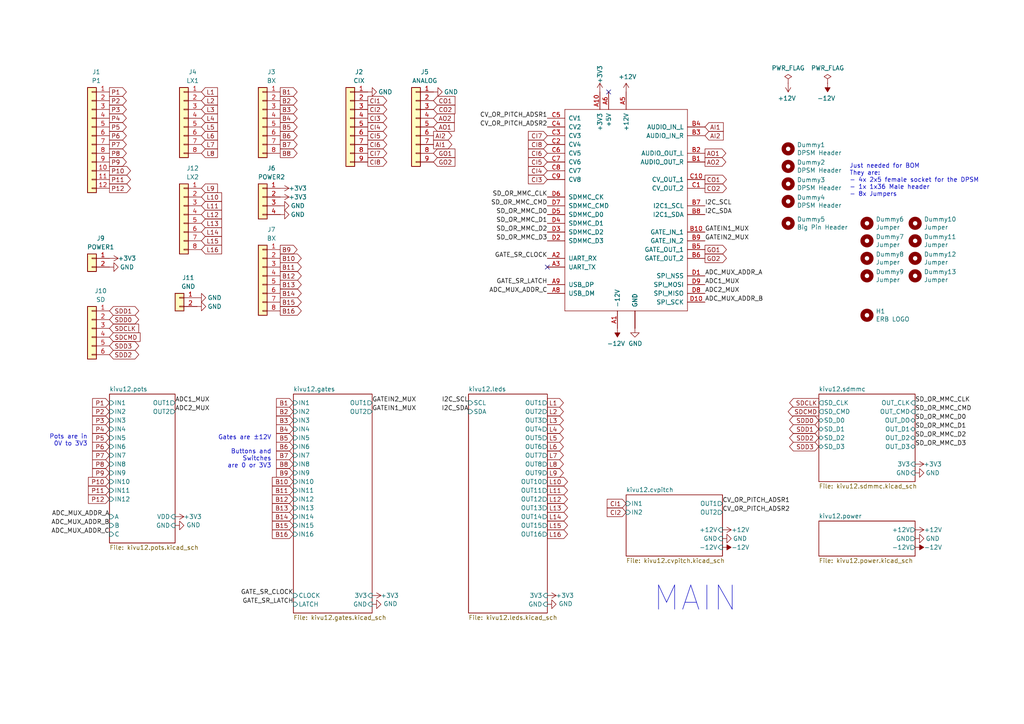
<source format=kicad_sch>
(kicad_sch (version 20211123) (generator eeschema)
  (paper "A4")
  (lib_symbols
    (symbol "Connector_Generic:Conn_01x02" (pin_names (offset 1.016) hide)
      (property "Reference" "J" (at 0 2.54 0))
      (property "Value" "Conn_01x02" (at 0 -5.08 0))
      (symbol "Conn_01x02_1_1"
        (pin passive line (at -5.08 0 0) (length 3.81) (name "Pin_1") (number "1"))
        (pin passive line (at -5.08 -2.54 0) (length 3.81) (name "Pin_2") (number "2"))
      )
    )
    (symbol "Connector_Generic:Conn_01x04" (pin_names (offset 1.016) hide)
      (property "Reference" "J" (at 0 5.08 0))
      (property "Value" "Conn_01x04" (at 0 -7.62 0))
      (symbol "Conn_01x04_1_1"
        (pin passive line (at -5.08 2.54 0) (length 3.81) (name "Pin_1") (number "1"))
        (pin passive line (at -5.08 0 0) (length 3.81) (name "Pin_2") (number "2"))
        (pin passive line (at -5.08 -2.54 0) (length 3.81) (name "Pin_3") (number "3"))
        (pin passive line (at -5.08 -5.08 0) (length 3.81) (name "Pin_4") (number "4"))
      )
    )
    (symbol "Connector_Generic:Conn_01x06" (pin_names (offset 1.016) hide)
      (property "Reference" "J" (at 0 7.62 0))
      (property "Value" "Conn_01x06" (at 0 -10.16 0))
      (symbol "Conn_01x06_1_1"
        (pin passive line (at -5.08 5.08 0) (length 3.81) (name "Pin_1") (number "1"))
        (pin passive line (at -5.08 2.54 0) (length 3.81) (name "Pin_2") (number "2"))
        (pin passive line (at -5.08 0 0) (length 3.81) (name "Pin_3") (number "3"))
        (pin passive line (at -5.08 -2.54 0) (length 3.81) (name "Pin_4") (number "4"))
        (pin passive line (at -5.08 -5.08 0) (length 3.81) (name "Pin_5") (number "5"))
        (pin passive line (at -5.08 -7.62 0) (length 3.81) (name "Pin_6") (number "6"))
      )
    )
    (symbol "Connector_Generic:Conn_01x08" (pin_names (offset 1.016) hide)
      (property "Reference" "J" (at 0 10.16 0))
      (property "Value" "Conn_01x08" (at 0 -12.7 0))
      (symbol "Conn_01x08_1_1"
        (pin passive line (at -5.08 7.62 0) (length 3.81) (name "Pin_1") (number "1"))
        (pin passive line (at -5.08 5.08 0) (length 3.81) (name "Pin_2") (number "2"))
        (pin passive line (at -5.08 2.54 0) (length 3.81) (name "Pin_3") (number "3"))
        (pin passive line (at -5.08 0 0) (length 3.81) (name "Pin_4") (number "4"))
        (pin passive line (at -5.08 -2.54 0) (length 3.81) (name "Pin_5") (number "5"))
        (pin passive line (at -5.08 -5.08 0) (length 3.81) (name "Pin_6") (number "6"))
        (pin passive line (at -5.08 -7.62 0) (length 3.81) (name "Pin_7") (number "7"))
        (pin passive line (at -5.08 -10.16 0) (length 3.81) (name "Pin_8") (number "8"))
      )
    )
    (symbol "Connector_Generic:Conn_01x09" (pin_names (offset 1.016) hide)
      (property "Reference" "J" (at 0 12.7 0))
      (property "Value" "Conn_01x09" (at 0 -12.7 0))
      (symbol "Conn_01x09_1_1"
        (pin passive line (at -5.08 10.16 0) (length 3.81) (name "Pin_1") (number "1"))
        (pin passive line (at -5.08 7.62 0) (length 3.81) (name "Pin_2") (number "2"))
        (pin passive line (at -5.08 5.08 0) (length 3.81) (name "Pin_3") (number "3"))
        (pin passive line (at -5.08 2.54 0) (length 3.81) (name "Pin_4") (number "4"))
        (pin passive line (at -5.08 0 0) (length 3.81) (name "Pin_5") (number "5"))
        (pin passive line (at -5.08 -2.54 0) (length 3.81) (name "Pin_6") (number "6"))
        (pin passive line (at -5.08 -5.08 0) (length 3.81) (name "Pin_7") (number "7"))
        (pin passive line (at -5.08 -7.62 0) (length 3.81) (name "Pin_8") (number "8"))
        (pin passive line (at -5.08 -10.16 0) (length 3.81) (name "Pin_9") (number "9"))
      )
    )
    (symbol "Connector_Generic:Conn_01x12" (pin_names (offset 1.016) hide)
      (property "Reference" "J" (at 0 15.24 0))
      (property "Value" "Conn_01x12" (at 0 -17.78 0))
      (symbol "Conn_01x12_1_1"
        (pin passive line (at -5.08 12.7 0) (length 3.81) (name "Pin_1") (number "1"))
        (pin passive line (at -5.08 -10.16 0) (length 3.81) (name "Pin_10") (number "10"))
        (pin passive line (at -5.08 -12.7 0) (length 3.81) (name "Pin_11") (number "11"))
        (pin passive line (at -5.08 -15.24 0) (length 3.81) (name "Pin_12") (number "12"))
        (pin passive line (at -5.08 10.16 0) (length 3.81) (name "Pin_2") (number "2"))
        (pin passive line (at -5.08 7.62 0) (length 3.81) (name "Pin_3") (number "3"))
        (pin passive line (at -5.08 5.08 0) (length 3.81) (name "Pin_4") (number "4"))
        (pin passive line (at -5.08 2.54 0) (length 3.81) (name "Pin_5") (number "5"))
        (pin passive line (at -5.08 0 0) (length 3.81) (name "Pin_6") (number "6"))
        (pin passive line (at -5.08 -2.54 0) (length 3.81) (name "Pin_7") (number "7"))
        (pin passive line (at -5.08 -5.08 0) (length 3.81) (name "Pin_8") (number "8"))
        (pin passive line (at -5.08 -7.62 0) (length 3.81) (name "Pin_9") (number "9"))
      )
    )
    (symbol "DaisySeed:DaisyPatchSm_Rev1" (pin_names (offset 1.016))
      (symbol "DaisyPatchSm_Rev1_1_0"
        (pin bidirectional line (at -2.54 -35.56 90) (length 5.08) (name "-12V") (number "A1"))
        (pin bidirectional line (at -7.62 33.02 270) (length 5.08) (name "+3V3") (number "A10"))
        (pin bidirectional line (at -22.86 -15.24 0) (length 5.08) (name "UART_RX") (number "A2"))
        (pin bidirectional line (at -22.86 -17.78 0) (length 5.08) (name "UART_TX") (number "A3"))
        (pin bidirectional line (at 2.54 -35.56 90) (length 5.08) (name "GND") (number "A4"))
        (pin bidirectional line (at 0 33.02 270) (length 5.08) (name "+12V") (number "A5"))
        (pin bidirectional line (at -5.08 33.02 270) (length 5.08) (name "+5V") (number "A6"))
        (pin bidirectional line (at 2.54 -35.56 90) (length 5.08) (name "GND") (number "A7"))
        (pin bidirectional line (at -22.86 -25.4 0) (length 5.08) (name "USB_DM") (number "A8"))
        (pin bidirectional line (at -22.86 -22.86 0) (length 5.08) (name "USB_DP") (number "A9"))
        (pin bidirectional line (at 22.86 12.7 180) (length 5.08) (name "AUDIO_OUT_R") (number "B1"))
        (pin bidirectional line (at 22.86 -7.62 180) (length 5.08) (name "GATE_IN_1") (number "B10"))
        (pin bidirectional line (at 22.86 15.24 180) (length 5.08) (name "AUDIO_OUT_L") (number "B2"))
        (pin bidirectional line (at 22.86 20.32 180) (length 5.08) (name "AUDIO_IN_R") (number "B3"))
        (pin bidirectional line (at 22.86 22.86 180) (length 5.08) (name "AUDIO_IN_L") (number "B4"))
        (pin bidirectional line (at 22.86 -12.7 180) (length 5.08) (name "GATE_OUT_1") (number "B5"))
        (pin bidirectional line (at 22.86 -15.24 180) (length 5.08) (name "GATE_OUT_2") (number "B6"))
        (pin bidirectional line (at 22.86 0 180) (length 5.08) (name "I2C1_SCL") (number "B7"))
        (pin bidirectional line (at 22.86 -2.54 180) (length 5.08) (name "I2C1_SDA") (number "B8"))
        (pin bidirectional line (at 22.86 -10.16 180) (length 5.08) (name "GATE_IN_2") (number "B9"))
        (pin bidirectional line (at 22.86 5.08 180) (length 5.08) (name "CV_OUT_2") (number "C1"))
        (pin bidirectional line (at 22.86 7.62 180) (length 5.08) (name "CV_OUT_1") (number "C10"))
        (pin bidirectional line (at -22.86 17.78 0) (length 5.08) (name "CV4") (number "C2"))
        (pin bidirectional line (at -22.86 20.32 0) (length 5.08) (name "CV3") (number "C3"))
        (pin bidirectional line (at -22.86 22.86 0) (length 5.08) (name "CV2") (number "C4"))
        (pin bidirectional line (at -22.86 25.4 0) (length 5.08) (name "CV1") (number "C5"))
        (pin bidirectional line (at -22.86 15.24 0) (length 5.08) (name "CV5") (number "C6"))
        (pin bidirectional line (at -22.86 12.7 0) (length 5.08) (name "CV6") (number "C7"))
        (pin bidirectional line (at -22.86 10.16 0) (length 5.08) (name "CV7") (number "C8"))
        (pin bidirectional line (at -22.86 7.62 0) (length 5.08) (name "CV8") (number "C9"))
        (pin bidirectional line (at 22.86 -20.32 180) (length 5.08) (name "SPI_NSS") (number "D1"))
        (pin bidirectional line (at 22.86 -27.94 180) (length 5.08) (name "SPI_SCK") (number "D10"))
        (pin bidirectional line (at -22.86 -10.16 0) (length 5.08) (name "SDMMC_D3") (number "D2"))
        (pin bidirectional line (at -22.86 -7.62 0) (length 5.08) (name "SDMMC_D2") (number "D3"))
        (pin bidirectional line (at -22.86 -5.08 0) (length 5.08) (name "SDMMC_D1") (number "D4"))
        (pin bidirectional line (at -22.86 -2.54 0) (length 5.08) (name "SDMMC_D0") (number "D5"))
        (pin bidirectional line (at -22.86 2.54 0) (length 5.08) (name "SDMMC_CK") (number "D6"))
        (pin bidirectional line (at -22.86 0 0) (length 5.08) (name "SDMMC_CMD") (number "D7"))
        (pin bidirectional line (at 22.86 -25.4 180) (length 5.08) (name "SPI_MISO") (number "D8"))
        (pin bidirectional line (at 22.86 -22.86 180) (length 5.08) (name "SPI_MOSI") (number "D9"))
      )
    )
    (symbol "Mechanical:MountingHole" (pin_names (offset 1.016))
      (property "Reference" "H" (at 0 5.08 0))
      (property "Value" "MountingHole" (at 0 3.175 0))
    )
    (symbol "power:+12V" (power) (pin_names (offset 0))
      (property "Value" "+12V" (at 0 3.556 0))
      (symbol "+12V_1_1"
        (pin power_in line (at 0 0 90) (length 0) hide (name "+12V") (number "1"))
      )
    )
    (symbol "power:+3V3" (power) (pin_names (offset 0))
      (property "Value" "+3V3" (at 0 3.556 0))
      (symbol "+3V3_1_1"
        (pin power_in line (at 0 0 90) (length 0) hide (name "+3V3") (number "1"))
      )
    )
    (symbol "power:-12V" (power) (pin_names (offset 0))
      (property "Value" "-12V" (at 0 3.81 0))
      (symbol "-12V_0_0"
        (pin power_in line (at 0 0 90) (length 0) hide (name "-12V") (number "1"))
      )
    )
    (symbol "power:GND" (power) (pin_names (offset 0))
      (property "Value" "GND" (at 0 -3.81 0))
      (symbol "GND_1_1"
        (pin power_in line (at 0 0 270) (length 0) hide (name "GND") (number "1"))
      )
    )
    (symbol "power:PWR_FLAG" (power) (pin_numbers hide) (pin_names (offset 0) hide)
      (property "Value" "PWR_FLAG" (at 0 3.81 0))
      (symbol "PWR_FLAG_0_0"
        (pin power_out line (at 0 0 90) (length 0) (name "pwr") (number "1"))
      )
    )
  )
  (no_connect (at 176.53 26.67))
  (no_connect (at 158.75 77.47))
  (text "Just needed for BOM\nThey are:\n- 4x 2x5 female socket for the DPSM\n- 1x 1x36 Male header\n- 8x Jumpers" (at 246.38 57.15 0) (effects (font (size 1.27 1.27)) (justify left bottom)))
  (text "Pots are in\n0V to 3V3" (at 25.4 129.54 180) (effects (font (size 1.27 1.27)) (justify right bottom)))
  (text "Gates are ±12V\n\nButtons and\nSwitches\nare 0 or 3V3" (at 78.74 135.89 180) (effects (font (size 1.27 1.27)) (justify right bottom)))
  (text "MAIN" (at 189.23 177.8 0) (effects (font (size 7.0104 7.0104)) (justify left bottom)))
  (label "SD_OR_MMC_D0" (at 265.43 121.92 0))
  (label "CV_OR_PITCH_ADSR2" (at 209.55 148.59 0))
  (label "I2C_SDA" (at 135.89 119.38 180))
  (label "ADC2_MUX" (at 50.8 119.38 0))
  (label "I2C_SCL" (at 204.47 59.69 0))
  (label "ADC_MUX_ADDR_A" (at 31.75 149.86 180))
  (label "GATEIN2_MUX" (at 204.47 69.85 0))
  (label "SD_OR_MMC_CLK" (at 158.75 57.15 180))
  (label "ADC1_MUX" (at 50.8 116.84 0))
  (label "I2C_SCL" (at 135.89 116.84 180))
  (label "GATEIN1_MUX" (at 204.47 67.31 0))
  (label "I2C_SDA" (at 204.47 62.23 0))
  (label "GATEIN2_MUX" (at 107.95 116.84 0))
  (label "SD_OR_MMC_CMD" (at 265.43 119.38 0))
  (label "SD_OR_MMC_D0" (at 158.75 62.23 180))
  (label "GATE_SR_LATCH" (at 158.75 82.55 180))
  (label "SD_OR_MMC_D1" (at 158.75 64.77 180))
  (label "SD_OR_MMC_CMD" (at 158.75 59.69 180))
  (label "CV_OR_PITCH_ADSR1" (at 209.55 146.05 0))
  (label "SD_OR_MMC_D2" (at 265.43 127 0))
  (label "SD_OR_MMC_D3" (at 265.43 129.54 0))
  (label "ADC_MUX_ADDR_C" (at 31.75 154.94 180))
  (label "ADC1_MUX" (at 204.47 82.55 0))
  (label "SD_OR_MMC_D1" (at 265.43 124.46 0))
  (label "ADC_MUX_ADDR_B" (at 204.47 87.63 0))
  (label "GATE_SR_CLOCK" (at 158.75 74.93 180))
  (label "GATEIN1_MUX" (at 107.95 119.38 0))
  (label "ADC_MUX_ADDR_A" (at 204.47 80.01 0))
  (label "ADC_MUX_ADDR_B" (at 31.75 152.4 180))
  (label "CV_OR_PITCH_ADSR2" (at 158.75 36.83 180))
  (label "ADC_MUX_ADDR_C" (at 158.75 85.09 180))
  (label "SD_OR_MMC_D2" (at 158.75 67.31 180))
  (label "SD_OR_MMC_D3" (at 158.75 69.85 180))
  (label "SD_OR_MMC_CLK" (at 265.43 116.84 0))
  (label "ADC2_MUX" (at 204.47 85.09 0))
  (label "GATE_SR_LATCH" (at 85.09 175.26 180))
  (label "CV_OR_PITCH_ADSR1" (at 158.75 34.29 180))
  (label "GATE_SR_CLOCK" (at 85.09 172.72 180))
  (global_label "L4" (shape input) (at 58.42 34.29 0) (property "Intersheet References" "${INTERSHEET_REFS}" (effects hide)))
  (global_label "CI8" (shape output) (at 106.68 46.99 0) (property "Intersheet References" "${INTERSHEET_REFS}" (effects hide)))
  (global_label "P9" (shape input) (at 31.75 137.16 180) (property "Intersheet References" "${INTERSHEET_REFS}" (effects hide)))
  (global_label "CI4" (shape output) (at 106.68 36.83 0) (property "Intersheet References" "${INTERSHEET_REFS}" (effects hide)))
  (global_label "B1" (shape input) (at 85.09 116.84 180) (property "Intersheet References" "${INTERSHEET_REFS}" (effects hide)))
  (global_label "CI7" (shape input) (at 158.75 39.37 180) (property "Intersheet References" "${INTERSHEET_REFS}" (effects hide)))
  (global_label "CI3" (shape output) (at 106.68 34.29 0) (property "Intersheet References" "${INTERSHEET_REFS}" (effects hide)))
  (global_label "B16" (shape output) (at 81.28 90.17 0) (property "Intersheet References" "${INTERSHEET_REFS}" (effects hide)))
  (global_label "B3" (shape input) (at 85.09 121.92 180) (property "Intersheet References" "${INTERSHEET_REFS}" (effects hide)))
  (global_label "L10" (shape output) (at 158.75 139.7 0) (property "Intersheet References" "${INTERSHEET_REFS}" (effects hide)))
  (global_label "SDCLK" (shape input) (at 31.75 95.25 0) (property "Intersheet References" "${INTERSHEET_REFS}" (effects hide)))
  (global_label "L12" (shape output) (at 158.75 144.78 0) (property "Intersheet References" "${INTERSHEET_REFS}" (effects hide)))
  (global_label "SDD0" (shape bidirectional) (at 237.49 121.92 180) (property "Intersheet References" "${INTERSHEET_REFS}" (effects hide)))
  (global_label "AI2" (shape input) (at 204.47 39.37 0) (property "Intersheet References" "${INTERSHEET_REFS}" (effects hide)))
  (global_label "B10" (shape input) (at 85.09 139.7 180) (property "Intersheet References" "${INTERSHEET_REFS}" (effects hide)))
  (global_label "L5" (shape input) (at 58.42 36.83 0) (property "Intersheet References" "${INTERSHEET_REFS}" (effects hide)))
  (global_label "L2" (shape output) (at 158.75 119.38 0) (property "Intersheet References" "${INTERSHEET_REFS}" (effects hide)))
  (global_label "B5" (shape input) (at 85.09 127 180) (property "Intersheet References" "${INTERSHEET_REFS}" (effects hide)))
  (global_label "CI4" (shape input) (at 158.75 49.53 180) (property "Intersheet References" "${INTERSHEET_REFS}" (effects hide)))
  (global_label "SDD3" (shape bidirectional) (at 31.75 100.33 0) (property "Intersheet References" "${INTERSHEET_REFS}" (effects hide)))
  (global_label "B2" (shape input) (at 85.09 119.38 180) (property "Intersheet References" "${INTERSHEET_REFS}" (effects hide)))
  (global_label "B12" (shape input) (at 85.09 144.78 180) (property "Intersheet References" "${INTERSHEET_REFS}" (effects hide)))
  (global_label "CO2" (shape input) (at 125.73 31.75 0) (property "Intersheet References" "${INTERSHEET_REFS}" (effects hide)))
  (global_label "L9" (shape input) (at 58.42 54.61 0) (property "Intersheet References" "${INTERSHEET_REFS}" (effects hide)))
  (global_label "AO1" (shape output) (at 204.47 44.45 0) (property "Intersheet References" "${INTERSHEET_REFS}" (effects hide)))
  (global_label "L10" (shape input) (at 58.42 57.15 0) (property "Intersheet References" "${INTERSHEET_REFS}" (effects hide)))
  (global_label "P2" (shape input) (at 31.75 119.38 180) (property "Intersheet References" "${INTERSHEET_REFS}" (effects hide)))
  (global_label "P4" (shape output) (at 31.75 34.29 0) (property "Intersheet References" "${INTERSHEET_REFS}" (effects hide)))
  (global_label "SDD1" (shape bidirectional) (at 237.49 124.46 180) (property "Intersheet References" "${INTERSHEET_REFS}" (effects hide)))
  (global_label "P11" (shape input) (at 31.75 142.24 180) (property "Intersheet References" "${INTERSHEET_REFS}" (effects hide)))
  (global_label "B9" (shape input) (at 85.09 137.16 180) (property "Intersheet References" "${INTERSHEET_REFS}" (effects hide)))
  (global_label "P12" (shape output) (at 31.75 54.61 0) (property "Intersheet References" "${INTERSHEET_REFS}" (effects hide)))
  (global_label "AO1" (shape input) (at 125.73 36.83 0) (property "Intersheet References" "${INTERSHEET_REFS}" (effects hide)))
  (global_label "B12" (shape output) (at 81.28 80.01 0) (property "Intersheet References" "${INTERSHEET_REFS}" (effects hide)))
  (global_label "CI8" (shape input) (at 158.75 41.91 180) (property "Intersheet References" "${INTERSHEET_REFS}" (effects hide)))
  (global_label "L13" (shape input) (at 58.42 64.77 0) (property "Intersheet References" "${INTERSHEET_REFS}" (effects hide)))
  (global_label "AI2" (shape output) (at 125.73 39.37 0) (property "Intersheet References" "${INTERSHEET_REFS}" (effects hide)))
  (global_label "SDD1" (shape bidirectional) (at 31.75 90.17 0) (property "Intersheet References" "${INTERSHEET_REFS}" (effects hide)))
  (global_label "L1" (shape input) (at 58.42 26.67 0) (property "Intersheet References" "${INTERSHEET_REFS}" (effects hide)))
  (global_label "CI2" (shape input) (at 181.61 148.59 180) (property "Intersheet References" "${INTERSHEET_REFS}" (effects hide)))
  (global_label "CI5" (shape input) (at 158.75 46.99 180) (property "Intersheet References" "${INTERSHEET_REFS}" (effects hide)))
  (global_label "P8" (shape output) (at 31.75 44.45 0) (property "Intersheet References" "${INTERSHEET_REFS}" (effects hide)))
  (global_label "CI1" (shape output) (at 106.68 29.21 0) (property "Intersheet References" "${INTERSHEET_REFS}" (effects hide)))
  (global_label "SDD3" (shape bidirectional) (at 237.49 129.54 180) (property "Intersheet References" "${INTERSHEET_REFS}" (effects hide)))
  (global_label "L12" (shape input) (at 58.42 62.23 0) (property "Intersheet References" "${INTERSHEET_REFS}" (effects hide)))
  (global_label "CO1" (shape input) (at 125.73 29.21 0) (property "Intersheet References" "${INTERSHEET_REFS}" (effects hide)))
  (global_label "CI2" (shape output) (at 106.68 31.75 0) (property "Intersheet References" "${INTERSHEET_REFS}" (effects hide)))
  (global_label "SDCLK" (shape output) (at 237.49 116.84 180) (property "Intersheet References" "${INTERSHEET_REFS}" (effects hide)))
  (global_label "P4" (shape input) (at 31.75 124.46 180) (property "Intersheet References" "${INTERSHEET_REFS}" (effects hide)))
  (global_label "B15" (shape input) (at 85.09 152.4 180) (property "Intersheet References" "${INTERSHEET_REFS}" (effects hide)))
  (global_label "B4" (shape output) (at 81.28 34.29 0) (property "Intersheet References" "${INTERSHEET_REFS}" (effects hide)))
  (global_label "B4" (shape input) (at 85.09 124.46 180) (property "Intersheet References" "${INTERSHEET_REFS}" (effects hide)))
  (global_label "CO1" (shape output) (at 204.47 52.07 0) (property "Intersheet References" "${INTERSHEET_REFS}" (effects hide)))
  (global_label "L13" (shape output) (at 158.75 147.32 0) (property "Intersheet References" "${INTERSHEET_REFS}" (effects hide)))
  (global_label "P6" (shape output) (at 31.75 39.37 0) (property "Intersheet References" "${INTERSHEET_REFS}" (effects hide)))
  (global_label "P12" (shape input) (at 31.75 144.78 180) (property "Intersheet References" "${INTERSHEET_REFS}" (effects hide)))
  (global_label "B2" (shape output) (at 81.28 29.21 0) (property "Intersheet References" "${INTERSHEET_REFS}" (effects hide)))
  (global_label "L8" (shape output) (at 158.75 134.62 0) (property "Intersheet References" "${INTERSHEET_REFS}" (effects hide)))
  (global_label "B5" (shape output) (at 81.28 36.83 0) (property "Intersheet References" "${INTERSHEET_REFS}" (effects hide)))
  (global_label "B7" (shape input) (at 85.09 132.08 180) (property "Intersheet References" "${INTERSHEET_REFS}" (effects hide)))
  (global_label "P5" (shape input) (at 31.75 127 180) (property "Intersheet References" "${INTERSHEET_REFS}" (effects hide)))
  (global_label "L8" (shape input) (at 58.42 44.45 0) (property "Intersheet References" "${INTERSHEET_REFS}" (effects hide)))
  (global_label "L16" (shape input) (at 58.42 72.39 0) (property "Intersheet References" "${INTERSHEET_REFS}" (effects hide)))
  (global_label "SDCMD" (shape input) (at 31.75 97.79 0) (property "Intersheet References" "${INTERSHEET_REFS}" (effects hide)))
  (global_label "P3" (shape output) (at 31.75 31.75 0) (property "Intersheet References" "${INTERSHEET_REFS}" (effects hide)))
  (global_label "L6" (shape input) (at 58.42 39.37 0) (property "Intersheet References" "${INTERSHEET_REFS}" (effects hide)))
  (global_label "L16" (shape output) (at 158.75 154.94 0) (property "Intersheet References" "${INTERSHEET_REFS}" (effects hide)))
  (global_label "B3" (shape output) (at 81.28 31.75 0) (property "Intersheet References" "${INTERSHEET_REFS}" (effects hide)))
  (global_label "B6" (shape input) (at 85.09 129.54 180) (property "Intersheet References" "${INTERSHEET_REFS}" (effects hide)))
  (global_label "B13" (shape input) (at 85.09 147.32 180) (property "Intersheet References" "${INTERSHEET_REFS}" (effects hide)))
  (global_label "CI1" (shape input) (at 181.61 146.05 180) (property "Intersheet References" "${INTERSHEET_REFS}" (effects hide)))
  (global_label "B10" (shape output) (at 81.28 74.93 0) (property "Intersheet References" "${INTERSHEET_REFS}" (effects hide)))
  (global_label "CO2" (shape output) (at 204.47 54.61 0) (property "Intersheet References" "${INTERSHEET_REFS}" (effects hide)))
  (global_label "B11" (shape output) (at 81.28 77.47 0) (property "Intersheet References" "${INTERSHEET_REFS}" (effects hide)))
  (global_label "AO2" (shape output) (at 204.47 46.99 0) (property "Intersheet References" "${INTERSHEET_REFS}" (effects hide)))
  (global_label "P7" (shape input) (at 31.75 132.08 180) (property "Intersheet References" "${INTERSHEET_REFS}" (effects hide)))
  (global_label "L2" (shape input) (at 58.42 29.21 0) (property "Intersheet References" "${INTERSHEET_REFS}" (effects hide)))
  (global_label "L15" (shape input) (at 58.42 69.85 0) (property "Intersheet References" "${INTERSHEET_REFS}" (effects hide)))
  (global_label "CI6" (shape output) (at 106.68 41.91 0) (property "Intersheet References" "${INTERSHEET_REFS}" (effects hide)))
  (global_label "P1" (shape output) (at 31.75 26.67 0) (property "Intersheet References" "${INTERSHEET_REFS}" (effects hide)))
  (global_label "P11" (shape output) (at 31.75 52.07 0) (property "Intersheet References" "${INTERSHEET_REFS}" (effects hide)))
  (global_label "B15" (shape output) (at 81.28 87.63 0) (property "Intersheet References" "${INTERSHEET_REFS}" (effects hide)))
  (global_label "SDD0" (shape bidirectional) (at 31.75 92.71 0) (property "Intersheet References" "${INTERSHEET_REFS}" (effects hide)))
  (global_label "AO2" (shape input) (at 125.73 34.29 0) (property "Intersheet References" "${INTERSHEET_REFS}" (effects hide)))
  (global_label "B14" (shape output) (at 81.28 85.09 0) (property "Intersheet References" "${INTERSHEET_REFS}" (effects hide)))
  (global_label "B1" (shape output) (at 81.28 26.67 0) (property "Intersheet References" "${INTERSHEET_REFS}" (effects hide)))
  (global_label "P7" (shape output) (at 31.75 41.91 0) (property "Intersheet References" "${INTERSHEET_REFS}" (effects hide)))
  (global_label "AI1" (shape output) (at 125.73 41.91 0) (property "Intersheet References" "${INTERSHEET_REFS}" (effects hide)))
  (global_label "P6" (shape input) (at 31.75 129.54 180) (property "Intersheet References" "${INTERSHEET_REFS}" (effects hide)))
  (global_label "GO2" (shape input) (at 125.73 46.99 0) (property "Intersheet References" "${INTERSHEET_REFS}" (effects hide)))
  (global_label "GO1" (shape output) (at 204.47 72.39 0) (property "Intersheet References" "${INTERSHEET_REFS}" (effects hide)))
  (global_label "L5" (shape output) (at 158.75 127 0) (property "Intersheet References" "${INTERSHEET_REFS}" (effects hide)))
  (global_label "L9" (shape output) (at 158.75 137.16 0) (property "Intersheet References" "${INTERSHEET_REFS}" (effects hide)))
  (global_label "L1" (shape output) (at 158.75 116.84 0) (property "Intersheet References" "${INTERSHEET_REFS}" (effects hide)))
  (global_label "P2" (shape output) (at 31.75 29.21 0) (property "Intersheet References" "${INTERSHEET_REFS}" (effects hide)))
  (global_label "P8" (shape input) (at 31.75 134.62 180) (property "Intersheet References" "${INTERSHEET_REFS}" (effects hide)))
  (global_label "B14" (shape input) (at 85.09 149.86 180) (property "Intersheet References" "${INTERSHEET_REFS}" (effects hide)))
  (global_label "AI1" (shape input) (at 204.47 36.83 0) (property "Intersheet References" "${INTERSHEET_REFS}" (effects hide)))
  (global_label "B8" (shape output) (at 81.28 44.45 0) (property "Intersheet References" "${INTERSHEET_REFS}" (effects hide)))
  (global_label "B9" (shape output) (at 81.28 72.39 0) (property "Intersheet References" "${INTERSHEET_REFS}" (effects hide)))
  (global_label "L11" (shape input) (at 58.42 59.69 0) (property "Intersheet References" "${INTERSHEET_REFS}" (effects hide)))
  (global_label "GO1" (shape input) (at 125.73 44.45 0) (property "Intersheet References" "${INTERSHEET_REFS}" (effects hide)))
  (global_label "L6" (shape output) (at 158.75 129.54 0) (property "Intersheet References" "${INTERSHEET_REFS}" (effects hide)))
  (global_label "P3" (shape input) (at 31.75 121.92 180) (property "Intersheet References" "${INTERSHEET_REFS}" (effects hide)))
  (global_label "L15" (shape output) (at 158.75 152.4 0) (property "Intersheet References" "${INTERSHEET_REFS}" (effects hide)))
  (global_label "B6" (shape output) (at 81.28 39.37 0) (property "Intersheet References" "${INTERSHEET_REFS}" (effects hide)))
  (global_label "B11" (shape input) (at 85.09 142.24 180) (property "Intersheet References" "${INTERSHEET_REFS}" (effects hide)))
  (global_label "SDCMD" (shape output) (at 237.49 119.38 180) (property "Intersheet References" "${INTERSHEET_REFS}" (effects hide)))
  (global_label "B13" (shape output) (at 81.28 82.55 0) (property "Intersheet References" "${INTERSHEET_REFS}" (effects hide)))
  (global_label "L3" (shape input) (at 58.42 31.75 0) (property "Intersheet References" "${INTERSHEET_REFS}" (effects hide)))
  (global_label "L14" (shape input) (at 58.42 67.31 0) (property "Intersheet References" "${INTERSHEET_REFS}" (effects hide)))
  (global_label "CI3" (shape input) (at 158.75 52.07 180) (property "Intersheet References" "${INTERSHEET_REFS}" (effects hide)))
  (global_label "L4" (shape output) (at 158.75 124.46 0) (property "Intersheet References" "${INTERSHEET_REFS}" (effects hide)))
  (global_label "B8" (shape input) (at 85.09 134.62 180) (property "Intersheet References" "${INTERSHEET_REFS}" (effects hide)))
  (global_label "CI6" (shape input) (at 158.75 44.45 180) (property "Intersheet References" "${INTERSHEET_REFS}" (effects hide)))
  (global_label "CI7" (shape output) (at 106.68 44.45 0) (property "Intersheet References" "${INTERSHEET_REFS}" (effects hide)))
  (global_label "L14" (shape output) (at 158.75 149.86 0) (property "Intersheet References" "${INTERSHEET_REFS}" (effects hide)))
  (global_label "P10" (shape input) (at 31.75 139.7 180) (property "Intersheet References" "${INTERSHEET_REFS}" (effects hide)))
  (global_label "CI5" (shape output) (at 106.68 39.37 0) (property "Intersheet References" "${INTERSHEET_REFS}" (effects hide)))
  (global_label "SDD2" (shape bidirectional) (at 237.49 127 180) (property "Intersheet References" "${INTERSHEET_REFS}" (effects hide)))
  (global_label "P5" (shape output) (at 31.75 36.83 0) (property "Intersheet References" "${INTERSHEET_REFS}" (effects hide)))
  (global_label "P10" (shape output) (at 31.75 49.53 0) (property "Intersheet References" "${INTERSHEET_REFS}" (effects hide)))
  (global_label "L11" (shape output) (at 158.75 142.24 0) (property "Intersheet References" "${INTERSHEET_REFS}" (effects hide)))
  (global_label "L7" (shape output) (at 158.75 132.08 0) (property "Intersheet References" "${INTERSHEET_REFS}" (effects hide)))
  (global_label "L3" (shape output) (at 158.75 121.92 0) (property "Intersheet References" "${INTERSHEET_REFS}" (effects hide)))
  (global_label "L7" (shape input) (at 58.42 41.91 0) (property "Intersheet References" "${INTERSHEET_REFS}" (effects hide)))
  (global_label "B7" (shape output) (at 81.28 41.91 0) (property "Intersheet References" "${INTERSHEET_REFS}" (effects hide)))
  (global_label "P1" (shape input) (at 31.75 116.84 180) (property "Intersheet References" "${INTERSHEET_REFS}" (effects hide)))
  (global_label "B16" (shape input) (at 85.09 154.94 180) (property "Intersheet References" "${INTERSHEET_REFS}" (effects hide)))
  (global_label "GO2" (shape output) (at 204.47 74.93 0) (property "Intersheet References" "${INTERSHEET_REFS}" (effects hide)))
  (global_label "P9" (shape output) (at 31.75 46.99 0) (property "Intersheet References" "${INTERSHEET_REFS}" (effects hide)))
  (global_label "SDD2" (shape bidirectional) (at 31.75 102.87 0) (property "Intersheet References" "${INTERSHEET_REFS}" (effects hide)))
  (symbol (lib_id "DaisySeed:DaisyPatchSm_Rev1") (at 181.61 59.69 0) (unit 1)
    (property "Reference" "DPSM1" (effects hide))
    (property "Value" "DaisyPatchSm_Rev1" (effects hide))
    (property "Footprint" "Socket_DaisyPatchSm:DaisyPatchSm" (effects hide))
  )
  (symbol (lib_id "Connector_Generic:Conn_01x09") (at 101.6 36.83 0) (mirror y) (unit 1)
    (property "Reference" "J2" (at 104.14 21.59 0) (effects (justify bottom)))
    (property "Value" "CIX" (at 104.14 24.13 0) (effects (justify bottom)))
    (property "Footprint" "Connector_PinSocket_2.54mm:PinSocket_1x09_P2.54mm_Vertical" (effects hide))
    (property "Device" "Female Socket" (effects hide))
    (property "Description" "CONN HDR 9POS 0.1 TIN PCB" (effects hide))
    (property "Place" "No" (effects hide))
    (property "Dist" "Digikey" (effects hide))
    (property "DistPartNumber" "S7007-ND" (effects hide))
    (property "DistLink" "https://www.digikey.de/en/products/detail/sullins-connector-solutions/PPTC091LFBN-RC/810148" (effects hide))
  )
  (symbol (lib_id "power:+3V3") (at 173.99 26.67 0) (unit 1)
    (property "Reference" "#PWR0102" (effects hide))
    (property "Value" "+3V3" (at 173.99 21.59 90))
  )
  (symbol (lib_id "power:+12V") (at 181.61 26.67 0) (unit 1)
    (property "Reference" "#PWR0110" (effects hide))
    (property "Value" "+12V" (at 181.991 22.2758 0))
  )
  (symbol (lib_id "power:-12V") (at 179.07 95.25 180) (unit 1)
    (property "Reference" "#PWR0112" (effects hide))
    (property "Value" "-12V" (at 178.689 99.6442 0))
  )
  (symbol (lib_id "power:GND") (at 184.15 95.25 0) (unit 1)
    (property "Reference" "#PWR0113" (effects hide))
    (property "Value" "GND" (at 184.277 99.6442 0))
  )
  (symbol (lib_id "power:PWR_FLAG") (at 228.6 24.13 0) (unit 1)
    (property "Reference" "#FLG0101" (effects hide))
    (property "Value" "PWR_FLAG" (at 228.6 19.7358 0))
  )
  (symbol (lib_id "power:+12V") (at 228.6 24.13 180) (unit 1)
    (property "Reference" "#PWR0103" (effects hide))
    (property "Value" "+12V" (at 228.219 28.5242 0))
  )
  (symbol (lib_id "power:PWR_FLAG") (at 240.03 24.13 0) (unit 1)
    (property "Reference" "#FLG0102" (effects hide))
    (property "Value" "PWR_FLAG" (at 240.03 19.7358 0))
  )
  (symbol (lib_id "power:-12V") (at 240.03 24.13 180) (unit 1)
    (property "Reference" "#PWR0106" (effects hide))
    (property "Value" "-12V" (at 239.649 28.5242 0))
  )
  (symbol (lib_id "power:-12V") (at 209.55 158.75 270) (unit 1)
    (property "Reference" "#PWR0133" (effects hide))
    (property "Value" "-12V" (at 212.09 158.75 90) (effects (justify left)))
  )
  (symbol (lib_id "power:+12V") (at 209.55 153.67 270) (unit 1)
    (property "Reference" "#PWR0134" (effects hide))
    (property "Value" "+12V" (at 212.09 153.67 90) (effects (justify left)))
  )
  (symbol (lib_id "power:GND") (at 209.55 156.21 90) (mirror x) (unit 1)
    (property "Reference" "#PWR0135" (effects hide))
    (property "Value" "GND" (at 214.63 156.21 90))
  )
  (symbol (lib_id "power:+12V") (at 265.43 153.67 270) (unit 1)
    (property "Reference" "#PWR0101" (effects hide))
    (property "Value" "+12V" (at 267.97 153.67 90) (effects (justify left)))
  )
  (symbol (lib_id "power:-12V") (at 265.43 158.75 270) (unit 1)
    (property "Reference" "#PWR0104" (effects hide))
    (property "Value" "-12V" (at 267.97 158.75 90) (effects (justify left)))
  )
  (symbol (lib_id "power:GND") (at 265.43 156.21 90) (unit 1)
    (property "Reference" "#PWR0105" (effects hide))
    (property "Value" "GND" (at 270.51 156.21 90))
  )
  (symbol (lib_id "power:+3V3") (at 81.28 54.61 270) (unit 1)
    (property "Reference" "#PWR0107" (effects hide))
    (property "Value" "+3V3" (at 86.36 54.61 90))
  )
  (symbol (lib_id "power:+3V3") (at 81.28 57.15 270) (unit 1)
    (property "Reference" "#PWR0108" (effects hide))
    (property "Value" "+3V3" (at 86.36 57.15 90))
  )
  (symbol (lib_id "power:GND") (at 81.28 59.69 90) (unit 1)
    (property "Reference" "#PWR0118" (effects hide))
    (property "Value" "GND" (at 86.36 59.69 90))
  )
  (symbol (lib_id "power:GND") (at 81.28 62.23 90) (unit 1)
    (property "Reference" "#PWR0119" (effects hide))
    (property "Value" "GND" (at 86.36 62.23 90))
  )
  (symbol (lib_id "power:GND") (at 50.8 152.4 90) (unit 1)
    (property "Reference" "#PWR0122" (effects hide))
    (property "Value" "GND" (at 54.0512 152.273 90) (effects (justify right)))
  )
  (symbol (lib_id "power:+3V3") (at 50.8 149.86 270) (unit 1)
    (property "Reference" "#PWR0130" (effects hide))
    (property "Value" "+3V3" (at 55.88 149.86 90))
  )
  (symbol (lib_id "Mechanical:MountingHole") (at 251.46 91.44 0) (unit 1)
    (property "Reference" "H1" (at 254 90.2716 0) (effects (justify left)))
    (property "Value" "ERB LOGO" (at 254 92.583 0) (effects (justify left)))
    (property "Footprint" "Logo_Erb:ErbLog.15mm" (effects hide))
  )
  (symbol (lib_id "power:GND") (at 107.95 175.26 90) (unit 1)
    (property "Reference" "#PWR0123" (effects hide))
    (property "Value" "GND" (at 111.2012 175.133 90) (effects (justify right)))
  )
  (symbol (lib_id "power:+3V3") (at 107.95 172.72 270) (unit 1)
    (property "Reference" "#PWR0124" (effects hide))
    (property "Value" "+3V3" (at 113.03 172.72 90))
  )
  (symbol (lib_id "power:+3V3") (at 265.43 134.62 270) (unit 1)
    (property "Reference" "#PWR0126" (effects hide))
    (property "Value" "+3V3" (at 270.51 134.62 90))
  )
  (symbol (lib_id "power:GND") (at 265.43 137.16 90) (unit 1)
    (property "Reference" "#PWR0127" (effects hide))
    (property "Value" "GND" (at 270.51 137.16 90))
  )
  (symbol (lib_id "power:+3V3") (at 158.75 172.72 270) (unit 1)
    (property "Reference" "#PWR0131" (effects hide))
    (property "Value" "+3V3" (at 163.83 172.72 90))
  )
  (symbol (lib_id "power:GND") (at 158.75 175.26 90) (unit 1)
    (property "Reference" "#PWR0132" (effects hide))
    (property "Value" "GND" (at 162.0012 175.133 90) (effects (justify right)))
  )
  (symbol (lib_id "power:GND") (at 125.73 26.67 90) (unit 1)
    (property "Reference" "#PWR0120" (effects hide))
    (property "Value" "GND" (at 130.81 26.67 90))
  )
  (symbol (lib_id "power:GND") (at 106.68 26.67 90) (unit 1)
    (property "Reference" "#PWR0128" (effects hide))
    (property "Value" "GND" (at 111.76 26.67 90))
  )
  (symbol (lib_id "Connector_Generic:Conn_01x12") (at 26.67 39.37 0) (mirror y) (unit 1)
    (property "Reference" "J1" (at 27.94 21.59 0) (effects (justify bottom)))
    (property "Value" "P1" (at 27.94 24.13 0) (effects (justify bottom)))
    (property "Footprint" "Connector_PinSocket_2.54mm:PinSocket_1x12_P2.54mm_Vertical" (effects hide))
    (property "Device" "Female Socket" (effects hide))
    (property "Description" "CONN HDR 12POS 0.1 TIN PCB" (effects hide))
    (property "Place" "No" (effects hide))
    (property "Dist" "Digikey" (effects hide))
    (property "DistPartNumber" "S6100-ND" (effects hide))
    (property "DistLink" "https://www.digikey.de/en/products/detail/sullins-connector-solutions/PPTC121LFBN-RC/807231" (effects hide))
  )
  (symbol (lib_id "power:+3V3") (at 31.75 74.93 270) (unit 1)
    (property "Reference" "#PWR0111" (effects hide))
    (property "Value" "+3V3" (at 36.83 74.93 90))
  )
  (symbol (lib_id "power:GND") (at 31.75 77.47 90) (unit 1)
    (property "Reference" "#PWR0114" (effects hide))
    (property "Value" "GND" (at 36.83 77.47 90))
  )
  (symbol (lib_id "Connector_Generic:Conn_01x06") (at 26.67 95.25 0) (mirror y) (unit 1)
    (property "Reference" "J10" (at 29.21 85.09 0) (effects (justify bottom)))
    (property "Value" "SD" (at 29.21 87.63 0) (effects (justify bottom)))
    (property "Footprint" "Connector_PinSocket_2.54mm:PinSocket_1x06_P2.54mm_Vertical" (effects hide))
    (property "Device" "Female Socket" (effects hide))
    (property "Description" "CONN HDR 6POS 0.1 TIN PCB" (effects hide))
    (property "Place" "No" (effects hide))
    (property "Dist" "Digikey" (effects hide))
    (property "DistPartNumber" "S7004-ND" (effects hide))
    (property "DistLink" "https://www.digikey.de/product-detail/en/sullins-connector-solutions/PPTC061LFBN-RC/S7004-ND/810145" (effects hide))
  )
  (symbol (lib_id "Connector_Generic:Conn_01x02") (at 52.07 86.36 0) (mirror y) (unit 1)
    (property "Reference" "J11" (at 54.61 81.28 0) (effects (justify bottom)))
    (property "Value" "GND" (at 54.61 83.82 0) (effects (justify bottom)))
    (property "Footprint" "Connector_PinSocket_2.54mm:PinSocket_1x02_P2.54mm_Vertical" (effects hide))
    (property "Description" "CONN HDR 2POS 0.1 TIN PCB" (effects hide))
    (property "Place" "No" (effects hide))
    (property "Dist" "Digikey" (effects hide))
    (property "DistPartNumber" "S7000-ND" (effects hide))
    (property "Device" "Female Socket" (effects hide))
    (property "DistLink" "https://www.digikey.de/product-detail/en/sullins-connector-solutions/PPTC021LFBN-RC/S7000-ND/810142" (effects hide))
  )
  (symbol (lib_id "power:GND") (at 57.15 86.36 90) (unit 1)
    (property "Reference" "#PWR0116" (effects hide))
    (property "Value" "GND" (at 62.23 86.36 90))
  )
  (symbol (lib_id "power:GND") (at 57.15 88.9 90) (unit 1)
    (property "Reference" "#PWR0117" (effects hide))
    (property "Value" "GND" (at 62.23 88.9 90))
  )
  (symbol (lib_id "Connector_Generic:Conn_01x04") (at 76.2 57.15 0) (mirror y) (unit 1)
    (property "Reference" "J6" (at 78.74 49.53 0) (effects (justify bottom)))
    (property "Value" "POWER2" (at 78.74 52.07 0) (effects (justify bottom)))
    (property "Footprint" "Connector_PinSocket_2.54mm:PinSocket_1x04_P2.54mm_Vertical" (effects hide))
    (property "Device" "Female Socket" (effects hide))
    (property "Description" "CONN HDR 4POS 0.1 TIN PCB" (effects hide))
    (property "Place" "No" (effects hide))
    (property "Dist" "Digikey" (effects hide))
    (property "DistPartNumber" "S7002-ND" (effects hide))
    (property "DistLink" "https://www.digikey.de/en/products/detail/sullins-connector-solutions/PPTC041LFBN-RC/810144" (effects hide))
  )
  (symbol (lib_id "Connector_Generic:Conn_01x02") (at 26.67 74.93 0) (mirror y) (unit 1)
    (property "Reference" "J9" (at 29.21 69.85 0) (effects (justify bottom)))
    (property "Value" "POWER1" (at 29.21 72.39 0) (effects (justify bottom)))
    (property "Footprint" "Connector_PinSocket_2.54mm:PinSocket_1x02_P2.54mm_Vertical" (effects hide))
    (property "Description" "CONN HDR 2POS 0.1 TIN PCB" (effects hide))
    (property "Place" "No" (effects hide))
    (property "Dist" "Digikey" (effects hide))
    (property "DistPartNumber" "S7000-ND" (effects hide))
    (property "Device" "Female Socket" (effects hide))
    (property "DistLink" "https://www.digikey.de/product-detail/en/sullins-connector-solutions/PPTC021LFBN-RC/S7000-ND/810142" (effects hide))
  )
  (symbol (lib_id "Connector_Generic:Conn_01x08") (at 53.34 34.29 0) (mirror y) (unit 1)
    (property "Reference" "J4" (at 55.88 21.59 0) (effects (justify bottom)))
    (property "Value" "LX1" (at 55.88 24.13 0) (effects (justify bottom)))
    (property "Footprint" "Connector_PinSocket_2.54mm:PinSocket_1x08_P2.54mm_Vertical" (effects hide))
    (property "Device" "Female Socket" (effects hide))
    (property "Description" "CONN HDR 8POS 0.1 TIN PCB" (effects hide))
    (property "Place" "No" (effects hide))
    (property "Dist" "Digikey" (effects hide))
    (property "DistPartNumber" "S7006-ND" (effects hide))
    (property "DistLink" "https://www.digikey.de/product-detail/en/sullins-connector-solutions/PPTC081LFBN-RC/S7006-ND/810147" (effects hide))
  )
  (symbol (lib_id "Connector_Generic:Conn_01x08") (at 76.2 34.29 0) (mirror y) (unit 1)
    (property "Reference" "J3" (at 78.74 21.59 0) (effects (justify bottom)))
    (property "Value" "BX" (at 78.74 24.13 0) (effects (justify bottom)))
    (property "Footprint" "Connector_PinSocket_2.54mm:PinSocket_1x08_P2.54mm_Vertical" (effects hide))
    (property "Device" "Female Socket" (effects hide))
    (property "Description" "CONN HDR 8POS 0.1 TIN PCB" (effects hide))
    (property "Place" "No" (effects hide))
    (property "Dist" "Digikey" (effects hide))
    (property "DistPartNumber" "S7006-ND" (effects hide))
    (property "DistLink" "https://www.digikey.de/product-detail/en/sullins-connector-solutions/PPTC081LFBN-RC/S7006-ND/810147" (effects hide))
  )
  (symbol (lib_id "Connector_Generic:Conn_01x08") (at 53.34 62.23 0) (mirror y) (unit 1)
    (property "Reference" "J12" (at 55.88 49.53 0) (effects (justify bottom)))
    (property "Value" "LX2" (at 55.88 52.07 0) (effects (justify bottom)))
    (property "Footprint" "Connector_PinSocket_2.54mm:PinSocket_1x08_P2.54mm_Vertical" (effects hide))
    (property "Device" "Female Socket" (effects hide))
    (property "Description" "CONN HDR 8POS 0.1 TIN PCB" (effects hide))
    (property "Place" "No" (effects hide))
    (property "Dist" "Digikey" (effects hide))
    (property "DistPartNumber" "S7006-ND" (effects hide))
    (property "DistLink" "https://www.digikey.de/product-detail/en/sullins-connector-solutions/PPTC081LFBN-RC/S7006-ND/810147" (effects hide))
  )
  (symbol (lib_id "Connector_Generic:Conn_01x08") (at 76.2 80.01 0) (mirror y) (unit 1)
    (property "Reference" "J7" (at 78.74 67.31 0) (effects (justify bottom)))
    (property "Value" "BX" (at 78.74 69.85 0) (effects (justify bottom)))
    (property "Footprint" "Connector_PinSocket_2.54mm:PinSocket_1x08_P2.54mm_Vertical" (effects hide))
    (property "Device" "Female Socket" (effects hide))
    (property "Description" "CONN HDR 8POS 0.1 TIN PCB" (effects hide))
    (property "Place" "No" (effects hide))
    (property "Dist" "Digikey" (effects hide))
    (property "DistPartNumber" "S7006-ND" (effects hide))
    (property "DistLink" "https://www.digikey.de/product-detail/en/sullins-connector-solutions/PPTC081LFBN-RC/S7006-ND/810147" (effects hide))
  )
  (symbol (lib_id "Connector_Generic:Conn_01x09") (at 120.65 36.83 0) (mirror y) (unit 1)
    (property "Reference" "J5" (at 123.19 21.59 0) (effects (justify bottom)))
    (property "Value" "ANALOG" (at 123.19 24.13 0) (effects (justify bottom)))
    (property "Footprint" "Connector_PinSocket_2.54mm:PinSocket_1x09_P2.54mm_Vertical" (effects hide))
    (property "Device" "Female Socket" (effects hide))
    (property "Description" "CONN HDR 9POS 0.1 TIN PCB" (effects hide))
    (property "Place" "No" (effects hide))
    (property "Dist" "Digikey" (effects hide))
    (property "DistPartNumber" "S7007-ND" (effects hide))
    (property "DistLink" "https://www.digikey.de/en/products/detail/sullins-connector-solutions/PPTC091LFBN-RC/810148" (effects hide))
  )
  (symbol (lib_id "Mechanical:MountingHole") (at 228.6 43.18 0) (unit 1)
    (property "Reference" "Dummy1" (at 231.14 42.0116 0) (effects (justify left)))
    (property "Value" "DPSM Header" (at 231.14 44.323 0) (effects (justify left)))
    (property "Footprint" "Empty:Empty" (effects hide))
    (property "Device" "Female Socket" (effects hide))
    (property "Description" "CONN HDR 10POS 0.1 GOLD PCB" (effects hide))
    (property "Place" "No" (effects hide))
    (property "Dist" "Digikey" (effects hide))
    (property "DistPartNumber" "S7108-ND" (effects hide))
    (property "DistLink" "https://www.digikey.de/en/products/detail/sullins-connector-solutions/PPPC052LFBN-RC/810245" (effects hide))
  )
  (symbol (lib_id "Mechanical:MountingHole") (at 228.6 48.26 0) (unit 1)
    (property "Reference" "Dummy2" (at 231.14 47.0916 0) (effects (justify left)))
    (property "Value" "DPSM Header" (at 231.14 49.403 0) (effects (justify left)))
    (property "Footprint" "Empty:Empty" (effects hide))
    (property "Device" "Female Socket" (effects hide))
    (property "Description" "CONN HDR 10POS 0.1 GOLD PCB" (effects hide))
    (property "Place" "No" (effects hide))
    (property "Dist" "Digikey" (effects hide))
    (property "DistPartNumber" "S7108-ND" (effects hide))
    (property "DistLink" "https://www.digikey.de/en/products/detail/sullins-connector-solutions/PPPC052LFBN-RC/810245" (effects hide))
  )
  (symbol (lib_id "Mechanical:MountingHole") (at 228.6 53.34 0) (unit 1)
    (property "Reference" "Dummy3" (at 231.14 52.1716 0) (effects (justify left)))
    (property "Value" "DPSM Header" (at 231.14 54.483 0) (effects (justify left)))
    (property "Footprint" "Empty:Empty" (effects hide))
    (property "Device" "Female Socket" (effects hide))
    (property "Description" "CONN HDR 10POS 0.1 GOLD PCB" (effects hide))
    (property "Place" "No" (effects hide))
    (property "Dist" "Digikey" (effects hide))
    (property "DistPartNumber" "S7108-ND" (effects hide))
    (property "DistLink" "https://www.digikey.de/en/products/detail/sullins-connector-solutions/PPPC052LFBN-RC/810245" (effects hide))
  )
  (symbol (lib_id "Mechanical:MountingHole") (at 228.6 58.42 0) (unit 1)
    (property "Reference" "Dummy4" (at 231.14 57.2516 0) (effects (justify left)))
    (property "Value" "DPSM Header" (at 231.14 59.563 0) (effects (justify left)))
    (property "Footprint" "Empty:Empty" (effects hide))
    (property "Device" "Female Socket" (effects hide))
    (property "Description" "CONN HDR 10POS 0.1 GOLD PCB" (effects hide))
    (property "Place" "No" (effects hide))
    (property "Dist" "Digikey" (effects hide))
    (property "DistPartNumber" "S7108-ND" (effects hide))
    (property "DistLink" "https://www.digikey.de/en/products/detail/sullins-connector-solutions/PPPC052LFBN-RC/810245" (effects hide))
  )
  (symbol (lib_id "Mechanical:MountingHole") (at 228.6 64.77 0) (unit 1)
    (property "Reference" "Dummy5" (at 231.14 63.6016 0) (effects (justify left)))
    (property "Value" "Big Pin Header" (at 231.14 65.913 0) (effects (justify left)))
    (property "Footprint" "Empty:Empty" (effects hide))
    (property "Device" "Female Socket" (effects hide))
    (property "Description" "CONN HEADER VERT 36POS 2.54MM" (effects hide))
    (property "Place" "No" (effects hide))
    (property "Dist" "Digikey" (effects hide))
    (property "DistPartNumber" "S1011E-36-ND" (effects hide))
    (property "DistLink" "https://www.digikey.de/en/products/detail/sullins-connector-solutions/PBC36SAAN/859621" (effects hide))
  )
  (symbol (lib_id "Mechanical:MountingHole") (at 251.46 64.77 0) (unit 1)
    (property "Reference" "Dummy6" (at 254 63.6016 0) (effects (justify left)))
    (property "Value" "Jumper" (at 254 65.913 0) (effects (justify left)))
    (property "Footprint" "Empty:Empty" (effects hide))
    (property "Device" "Jumper" (effects hide))
    (property "Description" "CONN JUMPER SHORTING GOLD FLASH" (effects hide))
    (property "Place" "No" (effects hide))
    (property "Dist" "Digikey" (effects hide))
    (property "DistPartNumber" "S9001-ND" (effects hide))
    (property "DistLink" "https://www.digikey.de/en/products/detail/sullins-connector-solutions/SPC02SYAN/76375" (effects hide))
  )
  (symbol (lib_id "Mechanical:MountingHole") (at 251.46 69.85 0) (unit 1)
    (property "Reference" "Dummy7" (at 254 68.6816 0) (effects (justify left)))
    (property "Value" "Jumper" (at 254 70.993 0) (effects (justify left)))
    (property "Footprint" "Empty:Empty" (effects hide))
    (property "Device" "Jumper" (effects hide))
    (property "Description" "CONN JUMPER SHORTING GOLD FLASH" (effects hide))
    (property "Place" "No" (effects hide))
    (property "Dist" "Digikey" (effects hide))
    (property "DistPartNumber" "S9001-ND" (effects hide))
    (property "DistLink" "https://www.digikey.de/en/products/detail/sullins-connector-solutions/SPC02SYAN/76375" (effects hide))
  )
  (symbol (lib_id "Mechanical:MountingHole") (at 251.46 74.93 0) (unit 1)
    (property "Reference" "Dummy8" (at 254 73.7616 0) (effects (justify left)))
    (property "Value" "Jumper" (at 254 76.073 0) (effects (justify left)))
    (property "Footprint" "Empty:Empty" (effects hide))
    (property "Device" "Jumper" (effects hide))
    (property "Description" "CONN JUMPER SHORTING GOLD FLASH" (effects hide))
    (property "Place" "No" (effects hide))
    (property "Dist" "Digikey" (effects hide))
    (property "DistPartNumber" "S9001-ND" (effects hide))
    (property "DistLink" "https://www.digikey.de/en/products/detail/sullins-connector-solutions/SPC02SYAN/76375" (effects hide))
  )
  (symbol (lib_id "Mechanical:MountingHole") (at 251.46 80.01 0) (unit 1)
    (property "Reference" "Dummy9" (at 254 78.8416 0) (effects (justify left)))
    (property "Value" "Jumper" (at 254 81.153 0) (effects (justify left)))
    (property "Footprint" "Empty:Empty" (effects hide))
    (property "Device" "Jumper" (effects hide))
    (property "Description" "CONN JUMPER SHORTING GOLD FLASH" (effects hide))
    (property "Place" "No" (effects hide))
    (property "Dist" "Digikey" (effects hide))
    (property "DistPartNumber" "S9001-ND" (effects hide))
    (property "DistLink" "https://www.digikey.de/en/products/detail/sullins-connector-solutions/SPC02SYAN/76375" (effects hide))
  )
  (symbol (lib_id "Mechanical:MountingHole") (at 265.43 64.77 0) (unit 1)
    (property "Reference" "Dummy10" (at 267.97 63.6016 0) (effects (justify left)))
    (property "Value" "Jumper" (at 267.97 65.913 0) (effects (justify left)))
    (property "Footprint" "Empty:Empty" (effects hide))
    (property "Device" "Jumper" (effects hide))
    (property "Description" "CONN JUMPER SHORTING GOLD FLASH" (effects hide))
    (property "Place" "No" (effects hide))
    (property "Dist" "Digikey" (effects hide))
    (property "DistPartNumber" "S9001-ND" (effects hide))
    (property "DistLink" "https://www.digikey.de/en/products/detail/sullins-connector-solutions/SPC02SYAN/76375" (effects hide))
  )
  (symbol (lib_id "Mechanical:MountingHole") (at 265.43 69.85 0) (unit 1)
    (property "Reference" "Dummy11" (at 267.97 68.6816 0) (effects (justify left)))
    (property "Value" "Jumper" (at 267.97 70.993 0) (effects (justify left)))
    (property "Footprint" "Empty:Empty" (effects hide))
    (property "Device" "Jumper" (effects hide))
    (property "Description" "CONN JUMPER SHORTING GOLD FLASH" (effects hide))
    (property "Place" "No" (effects hide))
    (property "Dist" "Digikey" (effects hide))
    (property "DistPartNumber" "S9001-ND" (effects hide))
    (property "DistLink" "https://www.digikey.de/en/products/detail/sullins-connector-solutions/SPC02SYAN/76375" (effects hide))
  )
  (symbol (lib_id "Mechanical:MountingHole") (at 265.43 74.93 0) (unit 1)
    (property "Reference" "Dummy12" (at 267.97 73.7616 0) (effects (justify left)))
    (property "Value" "Jumper" (at 267.97 76.073 0) (effects (justify left)))
    (property "Footprint" "Empty:Empty" (effects hide))
    (property "Device" "Jumper" (effects hide))
    (property "Description" "CONN JUMPER SHORTING GOLD FLASH" (effects hide))
    (property "Place" "No" (effects hide))
    (property "Dist" "Digikey" (effects hide))
    (property "DistPartNumber" "S9001-ND" (effects hide))
    (property "DistLink" "https://www.digikey.de/en/products/detail/sullins-connector-solutions/SPC02SYAN/76375" (effects hide))
  )
  (symbol (lib_id "Mechanical:MountingHole") (at 265.43 80.01 0) (unit 1)
    (property "Reference" "Dummy13" (at 267.97 78.8416 0) (effects (justify left)))
    (property "Value" "Jumper" (at 267.97 81.153 0) (effects (justify left)))
    (property "Footprint" "Empty:Empty" (effects hide))
    (property "Device" "Jumper" (effects hide))
    (property "Description" "CONN JUMPER SHORTING GOLD FLASH" (effects hide))
    (property "Place" "No" (effects hide))
    (property "Dist" "Digikey" (effects hide))
    (property "DistPartNumber" "S9001-ND" (effects hide))
    (property "DistLink" "https://www.digikey.de/en/products/detail/sullins-connector-solutions/SPC02SYAN/76375" (effects hide))
  )
  (sheet (at 181.61 143.51) (size 27.94 17.78)
    (property "Sheet name" "kivu12.cvpitch" (at 181.61 142.7984 0) (effects (justify left bottom)))
    (property "Sheet file" "kivu12.cvpitch.kicad_sch" (at 181.61 161.8746 0) (effects (justify left top)))
    (pin "IN1" input (at 181.61 146.05 180))
    (pin "GND" input (at 209.55 156.21 0))
    (pin "OUT1" output (at 209.55 146.05 0))
    (pin "-12V" input (at 209.55 158.75 0))
    (pin "+12V" input (at 209.55 153.67 0))
    (pin "IN2" input (at 181.61 148.59 180))
    (pin "OUT2" output (at 209.55 148.59 0))
  )
  (sheet (at 31.75 114.3) (size 19.05 43.18)
    (property "Sheet name" "kivu12.pots" (at 31.75 113.5884 0) (effects (justify left bottom)))
    (property "Sheet file" "kivu12.pots.kicad_sch" (at 31.75 158.0646 0) (effects (justify left top)))
    (pin "IN1" input (at 31.75 116.84 180))
    (pin "IN2" input (at 31.75 119.38 180))
    (pin "IN3" input (at 31.75 121.92 180))
    (pin "IN4" input (at 31.75 124.46 180))
    (pin "IN5" input (at 31.75 127 180))
    (pin "IN6" input (at 31.75 129.54 180))
    (pin "IN7" input (at 31.75 132.08 180))
    (pin "IN8" input (at 31.75 134.62 180))
    (pin "A" input (at 31.75 149.86 180))
    (pin "B" input (at 31.75 152.4 180))
    (pin "C" input (at 31.75 154.94 180))
    (pin "OUT1" output (at 50.8 116.84 0))
    (pin "IN9" input (at 31.75 137.16 180))
    (pin "IN10" input (at 31.75 139.7 180))
    (pin "IN11" input (at 31.75 142.24 180))
    (pin "IN12" input (at 31.75 144.78 180))
    (pin "OUT2" output (at 50.8 119.38 0))
    (pin "VDD" input (at 50.8 149.86 0))
    (pin "GND" input (at 50.8 152.4 0))
  )
  (sheet (at 237.49 151.13) (size 27.94 10.16)
    (property "Sheet name" "kivu12.power" (at 237.49 150.4184 0) (effects (justify left bottom)))
    (property "Sheet file" "kivu12.power.kicad_sch" (at 237.49 161.8746 0) (effects (justify left top)))
    (pin "GND" output (at 265.43 156.21 0))
    (pin "-12V" output (at 265.43 158.75 0))
    (pin "+12V" output (at 265.43 153.67 0))
  )
  (sheet (at 85.09 114.3) (size 22.86 63.5)
    (property "Sheet name" "kivu12.gates" (at 85.09 113.5884 0) (effects (justify left bottom)))
    (property "Sheet file" "kivu12.gates.kicad_sch" (at 85.09 178.3846 0) (effects (justify left top)))
    (pin "GND" input (at 107.95 175.26 0))
    (pin "IN1" input (at 85.09 116.84 180))
    (pin "IN2" input (at 85.09 119.38 180))
    (pin "IN3" input (at 85.09 121.92 180))
    (pin "IN4" input (at 85.09 124.46 180))
    (pin "IN5" input (at 85.09 127 180))
    (pin "IN6" input (at 85.09 129.54 180))
    (pin "IN7" input (at 85.09 132.08 180))
    (pin "IN8" input (at 85.09 134.62 180))
    (pin "IN9" input (at 85.09 137.16 180))
    (pin "IN10" input (at 85.09 139.7 180))
    (pin "IN11" input (at 85.09 142.24 180))
    (pin "IN12" input (at 85.09 144.78 180))
    (pin "IN13" input (at 85.09 147.32 180))
    (pin "IN14" input (at 85.09 149.86 180))
    (pin "IN15" input (at 85.09 152.4 180))
    (pin "IN16" input (at 85.09 154.94 180))
    (pin "OUT1" output (at 107.95 116.84 0))
    (pin "OUT2" output (at 107.95 119.38 0))
    (pin "3V3" input (at 107.95 172.72 0))
    (pin "CLOCK" input (at 85.09 172.72 180))
    (pin "LATCH" input (at 85.09 175.26 180))
  )
  (sheet (at 237.49 114.3) (size 27.94 25.4)
    (property "Sheet name" "kivu12.sdmmc" (at 237.49 113.5884 0) (effects (justify left bottom)))
    (property "Sheet file" "kivu12.sdmmc.kicad_sch" (at 237.49 140.2846 0) (effects (justify left top)))
    (pin "SD_CLK" output (at 237.49 116.84 180))
    (pin "OUT_CLK" input (at 265.43 116.84 0))
    (pin "SD_CMD" output (at 237.49 119.38 180))
    (pin "OUT_CMD" input (at 265.43 119.38 0))
    (pin "SD_D0" bidirectional (at 237.49 121.92 180))
    (pin "OUT_DO" bidirectional (at 265.43 121.92 0))
    (pin "SD_D1" bidirectional (at 237.49 124.46 180))
    (pin "OUT_D1" bidirectional (at 265.43 124.46 0))
    (pin "SD_D2" bidirectional (at 237.49 127 180))
    (pin "OUT_D2" bidirectional (at 265.43 127 0))
    (pin "SD_D3" bidirectional (at 237.49 129.54 180))
    (pin "OUT_D3" bidirectional (at 265.43 129.54 0))
    (pin "3V3" input (at 265.43 134.62 0))
    (pin "GND" input (at 265.43 137.16 0))
  )
  (sheet (at 135.89 114.3) (size 22.86 63.5)
    (property "Sheet name" "kivu12.leds" (at 135.89 113.5884 0) (effects (justify left bottom)))
    (property "Sheet file" "kivu12.leds.kicad_sch" (at 135.89 178.3846 0) (effects (justify left top)))
    (pin "3V3" input (at 158.75 172.72 0))
    (pin "GND" input (at 158.75 175.26 0))
    (pin "SCL" input (at 135.89 116.84 180))
    (pin "SDA" input (at 135.89 119.38 180))
    (pin "OUT1" output (at 158.75 116.84 0))
    (pin "OUT2" output (at 158.75 119.38 0))
    (pin "OUT3" output (at 158.75 121.92 0))
    (pin "OUT4" output (at 158.75 124.46 0))
    (pin "OUT5" output (at 158.75 127 0))
    (pin "OUT6" output (at 158.75 129.54 0))
    (pin "OUT7" output (at 158.75 132.08 0))
    (pin "OUT8" output (at 158.75 134.62 0))
    (pin "OUT9" output (at 158.75 137.16 0))
    (pin "OUT10" output (at 158.75 139.7 0))
    (pin "OUT11" output (at 158.75 142.24 0))
    (pin "OUT12" output (at 158.75 144.78 0))
    (pin "OUT13" output (at 158.75 147.32 0))
    (pin "OUT14" output (at 158.75 149.86 0))
    (pin "OUT15" output (at 158.75 152.4 0))
    (pin "OUT16" output (at 158.75 154.94 0))
  )
)
</source>
